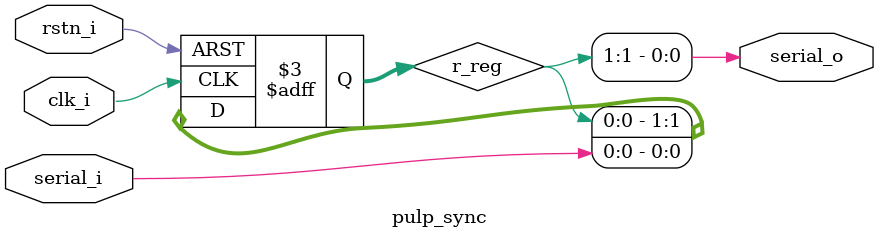
<source format=v>
module pulp_sync (
	clk_i,
	rstn_i,
	serial_i,
	serial_o
);
	parameter STAGES = 2;
	input wire clk_i;
	input wire rstn_i;
	input wire serial_i;
	output wire serial_o;
	reg [STAGES - 1:0] r_reg;
	always @(posedge clk_i or negedge rstn_i)
		if (!rstn_i)
			r_reg <= 'h0;
		else
			r_reg <= {r_reg[STAGES - 2:0], serial_i};
	assign serial_o = r_reg[STAGES - 1];
endmodule

</source>
